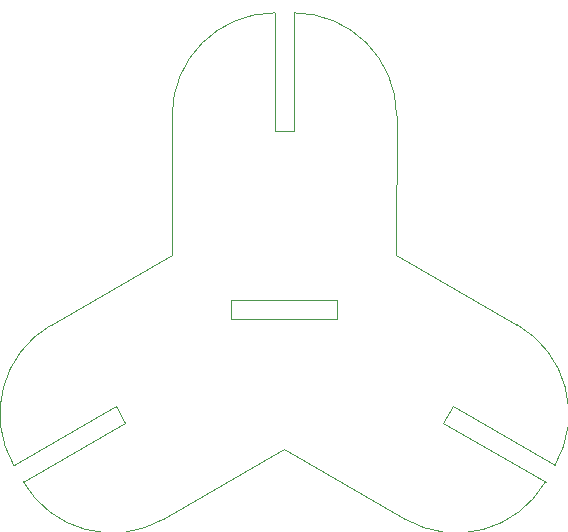
<source format=gbr>
G04 #@! TF.GenerationSoftware,KiCad,Pcbnew,(5.0.2)-1*
G04 #@! TF.CreationDate,2020-08-06T17:06:31-05:00*
G04 #@! TF.ProjectId,tri-slot-hub,7472692d-736c-46f7-942d-6875622e6b69,rev?*
G04 #@! TF.SameCoordinates,Original*
G04 #@! TF.FileFunction,Profile,NP*
%FSLAX46Y46*%
G04 Gerber Fmt 4.6, Leading zero omitted, Abs format (unit mm)*
G04 Created by KiCad (PCBNEW (5.0.2)-1) date 8/6/2020 5:06:31 PM*
%MOMM*%
%LPD*%
G01*
G04 APERTURE LIST*
%ADD10C,0.020000*%
G04 APERTURE END LIST*
D10*
X-4500000Y100000D02*
X-4500000Y1700000D01*
X4500000Y100000D02*
X4500000Y1700000D01*
X-4500000Y100000D02*
X4500000Y100000D01*
X-4500000Y1700000D02*
X4500000Y1700000D01*
X9499999Y17300000D02*
X9491489Y5489741D01*
X10232240Y-16877241D02*
X8511Y-10964741D01*
X19732239Y-422759D02*
X9491489Y5489741D01*
X-10232239Y-16877241D02*
X8511Y-10964741D01*
X-19732239Y-422759D02*
X-9500000Y5475000D01*
X19732239Y-422759D02*
G75*
G02X22916660Y-12307180I-4350000J-7534421D01*
G01*
X-10232239Y-16877241D02*
G75*
G02X-22116660Y-13692820I-4350000J7534421D01*
G01*
X22116660Y-13692820D02*
G75*
G02X10232239Y-16877241I-7534421J4350000D01*
G01*
X-22916660Y-12307180D02*
G75*
G02X-19732239Y-422759I7534421J4350000D01*
G01*
X800000Y26000000D02*
G75*
G02X9500000Y17300000I0J-8700000D01*
G01*
X-9500000Y17300000D02*
X-9500000Y5475000D01*
X-9500000Y17300000D02*
G75*
G02X-800000Y26000000I8700000J0D01*
G01*
X14256406Y-7307180D02*
X13456406Y-8692820D01*
X22916660Y-12307180D02*
X14256406Y-7307180D01*
X-22116660Y-13692820D02*
X-13456406Y-8692820D01*
X22116660Y-13692820D02*
X13456406Y-8692820D01*
X-22916660Y-12307180D02*
X-14256406Y-7307180D01*
X-13456406Y-8692820D02*
X-14256406Y-7307180D01*
X-800000Y16000000D02*
X800000Y16000000D01*
X800000Y26000000D02*
X800000Y16000000D01*
X-800000Y26000000D02*
X-800000Y16000000D01*
M02*

</source>
